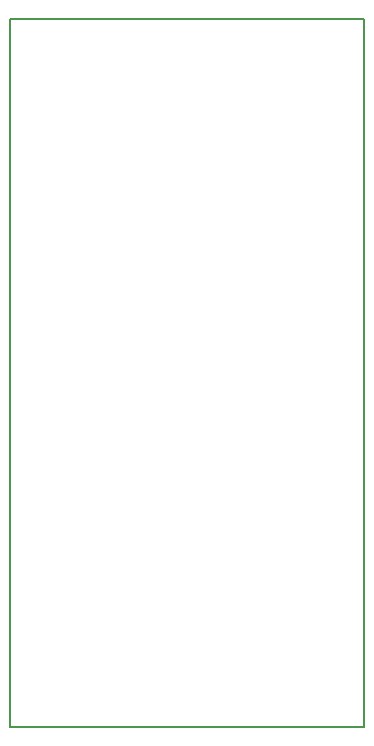
<source format=gm1>
G04 #@! TF.GenerationSoftware,KiCad,Pcbnew,(5.0.2)-1*
G04 #@! TF.CreationDate,2019-05-12T18:04:46+02:00*
G04 #@! TF.ProjectId,SafetySupply,53616665-7479-4537-9570-706c792e6b69,rev?*
G04 #@! TF.SameCoordinates,Original*
G04 #@! TF.FileFunction,Profile,NP*
%FSLAX46Y46*%
G04 Gerber Fmt 4.6, Leading zero omitted, Abs format (unit mm)*
G04 Created by KiCad (PCBNEW (5.0.2)-1) date 12.05.2019 18:04:46*
%MOMM*%
%LPD*%
G01*
G04 APERTURE LIST*
%ADD10C,0.150000*%
G04 APERTURE END LIST*
D10*
X135000000Y-121000000D02*
X165000000Y-121000000D01*
X135000000Y-61000000D02*
X135000000Y-121000000D01*
X165000000Y-61000000D02*
X135000000Y-61000000D01*
X165000000Y-121000000D02*
X165000000Y-61000000D01*
M02*

</source>
